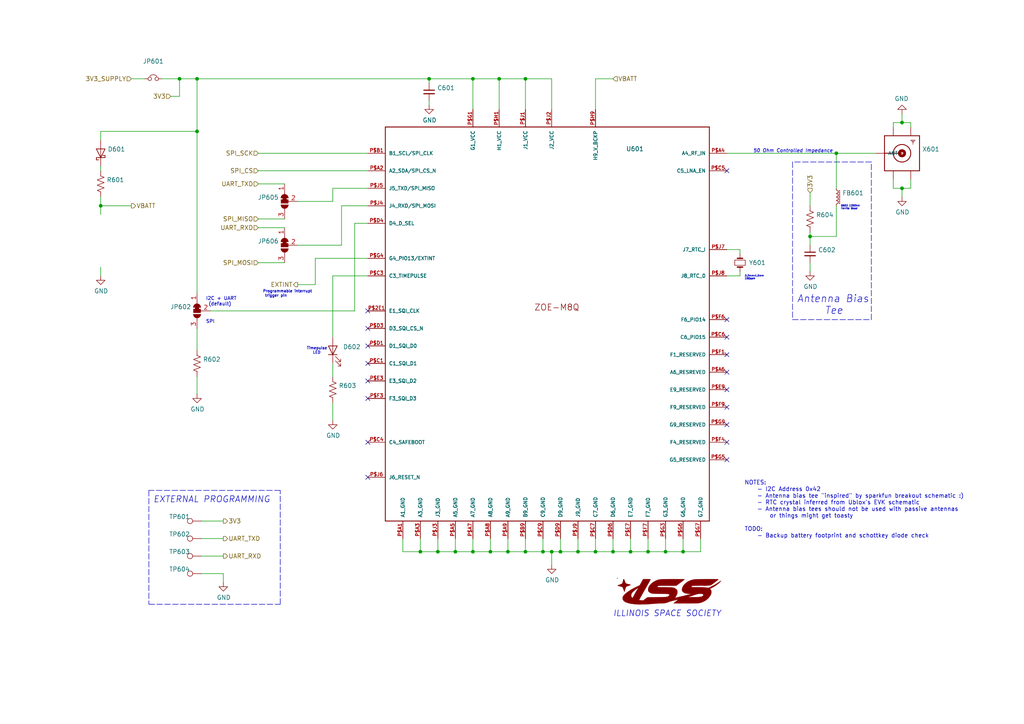
<source format=kicad_sch>
(kicad_sch (version 20211123) (generator eeschema)
  (paper "A4")
  (title_block (title "ZOE-M8Q GPS Sub-Schematic") (date "2021-01-11") (rev "A"))
  (lib_symbols
    (symbol "Connector:TestPoint" (pin_numbers hide) (pin_names (offset 0.762) hide)
      (property "Reference" "TP" (at 0 6.858 0))
      (property "Value" "TestPoint" (at 0 5.08 0))
      (symbol "TestPoint_0_1"
        (circle (center 0 3.302) (radius 0.762))
      )
      (symbol "TestPoint_1_1"
        (pin passive line (at 0 0 90) (length 2.54) (name "1") (number "1"))
      )
    )
    (symbol "D24V50F5:C_Small" (pin_numbers hide) (pin_names (offset 0.254) hide)
      (property "Reference" "C" (at 0.254 1.778 0))
      (property "Value" "C_Small" (at 0.254 -2.032 0))
      (symbol "C_Small_0_1"
        (polyline (pts (xy -1.524 -0.508) (xy 1.524 -0.508)) (stroke (width 0.3302)))
        (polyline (pts (xy -1.524 0.508) (xy 1.524 0.508)) (stroke (width 0.3048)))
      )
      (symbol "C_Small_1_1"
        (pin passive line (at 0 2.54 270) (length 2.032) (name "~") (number "1"))
        (pin passive line (at 0 -2.54 90) (length 2.032) (name "~") (number "2"))
      )
    )
    (symbol "D24V50F5:Crystal_Small" (pin_numbers hide) (pin_names (offset 1.016) hide)
      (property "Reference" "Y" (at 0 2.54 0))
      (property "Value" "Crystal_Small" (at 0 -2.54 0))
      (symbol "Crystal_Small_0_1"
        (rectangle (start -0.762 -1.524) (end 0.762 1.524))
        (polyline (pts (xy -1.27 -0.762) (xy -1.27 0.762)) (stroke (width 0.381)))
        (polyline (pts (xy 1.27 -0.762) (xy 1.27 0.762)) (stroke (width 0.381)))
      )
      (symbol "Crystal_Small_1_1"
        (pin passive line (at -2.54 0 0) (length 1.27) (name "1") (number "1"))
        (pin passive line (at 2.54 0 180) (length 1.27) (name "2") (number "2"))
      )
    )
    (symbol "D24V50F5:D_Schottky" (pin_numbers hide) (pin_names (offset 1.016) hide)
      (property "Reference" "D" (at 0 2.54 0))
      (property "Value" "D_Schottky" (at 0 -2.54 0))
      (symbol "D_Schottky_0_1"
        (polyline (pts (xy 1.27 0) (xy -1.27 0)))
        (polyline (pts (xy 1.27 1.27) (xy 1.27 -1.27) (xy -1.27 0) (xy 1.27 1.27)) (stroke (width 0.2032)))
        (polyline (pts (xy -1.905 0.635) (xy -1.905 1.27) (xy -1.27 1.27) (xy -1.27 -1.27) (xy -0.635 -1.27) (xy -0.635 -0.635)) (stroke (width 0.2032)))
      )
      (symbol "D_Schottky_1_1"
        (pin passive line (at -3.81 0 0) (length 2.54) (name "K") (number "1"))
        (pin passive line (at 3.81 0 180) (length 2.54) (name "A") (number "2"))
      )
    )
    (symbol "D24V50F5:Jumper_NC_Small" (pin_numbers hide) (pin_names (offset 0.762) hide)
      (property "Reference" "JP" (at 0 2.032 0))
      (property "Value" "Jumper_NC_Small" (at 0.254 -1.524 0))
      (symbol "Jumper_NC_Small_0_1"
        (circle (center -1.016 0) (radius 0.508))
        (circle (center 1.016 0) (radius 0.508))
        (arc (start 1.016 0.762) (mid 0 1.1828) (end -1.016 0.762))
        (pin passive line (at -2.54 0 0) (length 1.016) (name "1") (number "1"))
        (pin passive line (at 2.54 0 180) (length 1.016) (name "2") (number "2"))
      )
    )
    (symbol "D24V50F5:LED" (pin_numbers hide) (pin_names (offset 1.016) hide)
      (property "Reference" "D" (at 0 2.54 0))
      (property "Value" "LED" (at 0 -2.54 0))
      (symbol "LED_0_1"
        (polyline (pts (xy -1.27 -1.27) (xy -1.27 1.27)) (stroke (width 0.2032)))
        (polyline (pts (xy -1.27 0) (xy 1.27 0)))
        (polyline (pts (xy 1.27 -1.27) (xy 1.27 1.27) (xy -1.27 0) (xy 1.27 -1.27)) (stroke (width 0.2032)))
        (polyline (pts (xy -3.048 -0.762) (xy -4.572 -2.286) (xy -3.81 -2.286) (xy -4.572 -2.286) (xy -4.572 -1.524)))
        (polyline (pts (xy -1.778 -0.762) (xy -3.302 -2.286) (xy -2.54 -2.286) (xy -3.302 -2.286) (xy -3.302 -1.524)))
      )
      (symbol "LED_1_1"
        (pin passive line (at -3.81 0 0) (length 2.54) (name "K") (number "1"))
        (pin passive line (at 3.81 0 180) (length 2.54) (name "A") (number "2"))
      )
    )
    (symbol "D24V50F5:L_Core_Ferrite_Small" (pin_numbers hide) (pin_names (offset 0.254) hide)
      (property "Reference" "L" (at 1.27 1.016 0))
      (property "Value" "L_Core_Ferrite_Small" (at 1.27 -1.27 0))
      (symbol "L_Core_Ferrite_Small_0_1"
        (arc (start 0 -2.032) (mid 0.508 -1.524) (end 0 -1.016))
        (arc (start 0 -1.016) (mid 0.508 -0.508) (end 0 0))
        (polyline (pts (xy 0.762 -1.905) (xy 0.762 -1.651)))
        (polyline (pts (xy 0.762 -1.397) (xy 0.762 -1.143)))
        (polyline (pts (xy 0.762 -0.889) (xy 0.762 -0.635)))
        (polyline (pts (xy 0.762 -0.381) (xy 0.762 -0.127)))
        (polyline (pts (xy 0.762 0.127) (xy 0.762 0.381)))
        (polyline (pts (xy 0.762 0.635) (xy 0.762 0.889)))
        (polyline (pts (xy 0.762 1.143) (xy 0.762 1.397)))
        (polyline (pts (xy 0.762 1.651) (xy 0.762 1.905)))
        (polyline (pts (xy 1.016 -1.651) (xy 1.016 -1.905)))
        (polyline (pts (xy 1.016 -1.143) (xy 1.016 -1.397)))
        (polyline (pts (xy 1.016 -0.635) (xy 1.016 -0.889)))
        (polyline (pts (xy 1.016 -0.127) (xy 1.016 -0.381)))
        (polyline (pts (xy 1.016 0.381) (xy 1.016 0.127)))
        (polyline (pts (xy 1.016 0.889) (xy 1.016 0.635)))
        (polyline (pts (xy 1.016 1.397) (xy 1.016 1.143)))
        (polyline (pts (xy 1.016 1.905) (xy 1.016 1.651)))
        (arc (start 0 0) (mid 0.508 0.508) (end 0 1.016))
        (arc (start 0 1.016) (mid 0.508 1.524) (end 0 2.032))
      )
      (symbol "L_Core_Ferrite_Small_1_1"
        (pin passive line (at 0 2.54 270) (length 0.508) (name "~") (number "1"))
        (pin passive line (at 0 -2.54 90) (length 0.508) (name "~") (number "2"))
      )
    )
    (symbol "D24V50F5:R_US" (pin_numbers hide) (pin_names (offset 0))
      (property "Reference" "R" (at 2.54 0 90))
      (property "Value" "R_US" (at -2.54 0 90))
      (symbol "R_US_0_1"
        (polyline (pts (xy 0 -2.286) (xy 0 -2.54)))
        (polyline (pts (xy 0 2.286) (xy 0 2.54)))
        (polyline (pts (xy 0 -0.762) (xy 1.016 -1.143) (xy 0 -1.524) (xy -1.016 -1.905) (xy 0 -2.286)))
        (polyline (pts (xy 0 0.762) (xy 1.016 0.381) (xy 0 0) (xy -1.016 -0.381) (xy 0 -0.762)))
        (polyline (pts (xy 0 2.286) (xy 1.016 1.905) (xy 0 1.524) (xy -1.016 1.143) (xy 0 0.762)))
      )
      (symbol "R_US_1_1"
        (pin passive line (at 0 3.81 270) (length 1.27) (name "~") (number "1"))
        (pin passive line (at 0 -3.81 90) (length 1.27) (name "~") (number "2"))
      )
    )
    (symbol "ISS_LOGO:LOGO" (pin_names (offset 1.016))
      (symbol "LOGO_0_0"
        (polyline (pts (xy -15.2654 3.6322) (xy -15.2654 3.8354) (xy -15.2908 3.8608) (xy -15.3162 3.7338) (xy -15.3162 3.6068) (xy -15.2654 3.6322)) (stroke (width 0.0254)) (fill (type outline)))
        (polyline (pts (xy -13.081 0.2032) (xy -12.954 0.6096) (xy -12.8778 0.9144) (xy -12.7762 1.1176) (xy -12.6746 1.27) (xy -12.5476 1.3462) (xy -12.3698 1.4224) (xy -12.1158 1.524) (xy -11.7348 1.651) (xy -11.5316 1.7272) (xy -11.43 1.7526) (xy -11.43 1.778) (xy -11.5062 1.8542) (xy -11.684 1.9304) (xy -11.938 1.9812) (xy -12.2174 2.0574) (xy -12.5222 2.1082) (xy -12.7254 2.2098) (xy -12.8778 2.3368) (xy -12.9794 2.54) (xy -13.081 2.8448) (xy -13.1318 2.921) (xy -13.2334 3.2258) (xy -13.3858 3.5306) (xy -13.4112 3.5052) (xy -13.4874 3.3782) (xy -13.5382 3.1496) (xy -13.6906 2.54) (xy -13.7668 2.3114) (xy -13.8684 2.1844) (xy -13.9954 2.0828) (xy -14.1986 2.0066) (xy -14.478 1.905) (xy -14.605 1.8542) (xy -14.8844 1.7526) (xy -15.0876 1.651) (xy -15.1638 1.6002) (xy -15.1384 1.6002) (xy -15.0114 1.5494) (xy -14.7828 1.4732) (xy -14.4526 1.397) (xy -13.7668 1.2192) (xy -13.5636 0.762) (xy -13.4874 0.5588) (xy -13.3858 0.2794) (xy -13.2842 0.0508) (xy -13.1826 -0.2032) (xy -13.081 0.2032)) (stroke (width 0.0254)) (fill (type outline)))
        (polyline (pts (xy -8.0264 -3.8354) (xy -7.3152 -3.81) (xy -6.5786 -3.7846) (xy -5.8166 -3.7338) (xy -5.1054 -3.683) (xy -4.826 -3.6576) (xy -4.2418 -3.6068) (xy -3.6322 -3.5814) (xy -3.0988 -3.556) (xy -2.3368 -3.556) (xy -1.5494 -3.4798) (xy -0.889 -3.3528) (xy -0.3556 -3.1242) (xy -0.1778 -3.0734) (xy 0.127 -2.9718) (xy 0.508 -2.8702) (xy 0.9398 -2.7686) (xy 0.9906 -2.7432) (xy 1.5494 -2.6162) (xy 2.1844 -2.4892) (xy 2.3114 -2.4892) (xy 2.3114 -2.54) (xy 2.2352 -2.6162) (xy 2.0574 -2.7686) (xy 1.778 -2.9464) (xy 1.5748 -3.1242) (xy 1.3208 -3.3274) (xy 1.1684 -3.4544) (xy 1.1176 -3.5306) (xy 1.6256 -3.5306) (xy 2.0574 -3.556) (xy 6.2738 -3.556) (xy 6.9342 -3.5306) (xy 7.4676 -3.5306) (xy 7.9248 -3.5052) (xy 8.2804 -3.4798) (xy 8.5852 -3.429) (xy 8.8392 -3.3782) (xy 9.0678 -3.302) (xy 9.3218 -3.2258) (xy 9.5504 -3.0988) (xy 9.8298 -2.9718) (xy 10.0076 -2.8956) (xy 10.5664 -2.54) (xy 11.049 -2.1336) (xy 11.43 -1.6764) (xy 11.7602 -1.2192) (xy 11.938 -0.762) (xy 12.0396 -0.3302) (xy 11.9888 0.0762) (xy 11.811 0.4064) (xy 11.5824 0.6858) (xy 12.1158 0.9398) (xy 12.2682 1.016) (xy 13.0556 1.4732) (xy 13.7414 1.9558) (xy 14.3256 2.4384) (xy 14.605 2.7178) (xy 14.7574 2.8956) (xy 14.8082 2.9718) (xy 14.7828 2.9718) (xy 14.6558 2.8956) (xy 14.4272 2.7686) (xy 14.1478 2.5654) (xy 14.097 2.5146) (xy 13.7414 2.286) (xy 13.3096 2.0066) (xy 12.827 1.7272) (xy 12.3444 1.4986) (xy 11.2014 0.9144) (xy 10.7188 1.016) (xy 10.6172 1.016) (xy 10.3378 1.0414) (xy 9.906 1.0668) (xy 9.398 1.0922) (xy 8.2296 1.0922) (xy 7.8994 1.1176) (xy 6.9088 1.1176) (xy 6.5532 1.143) (xy 6.3246 1.143) (xy 6.223 1.1684) (xy 6.223 1.27) (xy 6.2992 1.4224) (xy 6.3754 1.4986) (xy 6.4516 1.5494) (xy 6.5532 1.5748) (xy 6.7056 1.5748) (xy 6.9596 1.6002) (xy 8.3312 1.6002) (xy 9.0678 1.6256) (xy 9.7536 1.6002) (xy 10.3378 1.6002) (xy 10.8204 1.6256) (xy 11.2014 1.6256) (xy 11.4808 1.651) (xy 11.7348 1.7018) (xy 11.938 1.778) (xy 12.1158 1.905) (xy 12.319 2.032) (xy 12.573 2.2352) (xy 13.081 2.6162) (xy 13.4112 2.8702) (xy 13.6652 3.048) (xy 13.8176 3.175) (xy 13.843 3.2004) (xy 13.9954 3.3274) (xy 14.0462 3.4036) (xy 14.0462 3.429) (xy 13.8938 3.429) (xy 13.6144 3.4544) (xy 13.208 3.4544) (xy 12.7254 3.4798) (xy 10.16 3.4798) (xy 9.4996 3.4544) (xy 8.8646 3.4544) (xy 8.255 3.429) (xy 7.747 3.429) (xy 7.3152 3.4036) (xy 6.985 3.3782) (xy 6.8072 3.3528) (xy 5.9944 3.1242) (xy 5.207 2.7686) (xy 4.572 2.3114) (xy 4.0386 1.778) (xy 3.683 1.1684) (xy 3.5306 0.762) (xy 3.4798 0.381) (xy 3.556 0.0762) (xy 3.7338 -0.1778) (xy 4.0132 -0.4064) (xy 4.3688 -0.5842) (xy 4.826 -0.6858) (xy 5.461 -0.762) (xy 6.2992 -0.8128) (xy 5.588 -0.9906) (xy 5.4102 -1.0414) (xy 5.08 -1.1176) (xy 4.6482 -1.2192) (xy 4.1656 -1.3462) (xy 3.6576 -1.4732) (xy 3.1496 -1.5748) (xy 2.6416 -1.7018) (xy 2.54 -1.7272) (xy 5.334 -1.7272) (xy 5.3594 -1.6764) (xy 5.461 -1.651) (xy 6.0706 -1.4478) (xy 6.7056 -1.2446) (xy 7.1882 -1.0668) (xy 7.5946 -0.9652) (xy 7.9248 -0.8636) (xy 8.1534 -0.8128) (xy 8.382 -0.7874) (xy 8.5598 -0.762) (xy 9.0678 -0.762) (xy 9.4488 -0.8128) (xy 9.652 -0.9398) (xy 9.7282 -1.0922) (xy 9.7028 -1.1938) (xy 9.5504 -1.397) (xy 9.2456 -1.5748) (xy 8.89 -1.6764) (xy 8.8646 -1.6764) (xy 8.6614 -1.7018) (xy 8.3058 -1.7272) (xy 7.8486 -1.7526) (xy 7.3406 -1.7526) (xy 6.7818 -1.778) (xy 6.223 -1.7526) (xy 5.5372 -1.7526) (xy 5.3848 -1.7272) (xy 5.334 -1.7272) (xy 2.54 -1.7272) (xy 2.2098 -1.8034) (xy 1.8542 -1.8796) (xy 1.6256 -1.9304) (xy 1.4986 -1.9304) (xy 1.4986 -1.905) (xy 1.6002 -1.7272) (xy 1.7272 -1.524) (xy 1.9304 -1.1684) (xy 2.1336 -0.6604) (xy 2.1844 -0.2032) (xy 2.0828 0.2286) (xy 1.8034 0.5588) (xy 1.397 0.8382) (xy 1.3208 0.889) (xy 1.0668 0.9906) (xy 0.9144 1.016) (xy 0.6858 1.0414) (xy 0.4064 1.0668) (xy -0.4826 1.0668) (xy -1.143 1.0922) (xy -3.048 1.0922) (xy -3.3274 1.1176) (xy -3.4544 1.1176) (xy -3.6068 1.143) (xy -3.6322 1.27) (xy -3.5052 1.4478) (xy -3.4544 1.4986) (xy -3.3782 1.524) (xy -3.2766 1.5494) (xy -3.0988 1.5748) (xy -2.8702 1.6002) (xy 1.8796 1.6002) (xy 2.54 2.0828) (xy 2.6162 2.159) (xy 3.3782 2.7178) (xy 3.7084 2.9718) (xy 3.7592 2.9972) (xy 3.9878 3.2004) (xy 4.1656 3.3274) (xy 4.2164 3.4036) (xy 4.2164 3.429) (xy 4.0894 3.429) (xy 3.81 3.4544) (xy 2.8956 3.4544) (xy 2.286 3.4798) (xy -0.1016 3.4798) (xy -0.889 3.4544) (xy -1.5494 3.4544) (xy -2.0828 3.429) (xy -2.54 3.4036) (xy -2.921 3.3782) (xy -3.2512 3.302) (xy -3.5052 3.2512) (xy -3.7846 3.1496) (xy -4.0386 3.048) (xy -4.3434 2.8956) (xy -4.9784 2.5146) (xy -5.4864 2.0828) (xy -5.9182 1.6002) (xy -6.1976 1.0922) (xy -6.3246 0.5588) (xy -6.3246 0.2794) (xy -6.2484 -0.0254) (xy -6.0198 -0.2794) (xy -5.6388 -0.5334) (xy -5.5626 -0.5588) (xy -5.3086 -0.6604) (xy -5.1308 -0.6858) (xy -4.8768 -0.7112) (xy -4.5466 -0.7112) (xy -4.1148 -0.7366) (xy -3.5306 -0.7366) (xy -2.8194 -0.762) (xy -2.159 -0.762) (xy -1.5748 -0.7874) (xy -1.1176 -0.7874) (xy -0.762 -0.8128) (xy -0.5334 -0.8382) (xy -0.381 -0.8636) (xy -0.2794 -0.889) (xy -0.2032 -0.9398) (xy -0.1778 -0.9652) (xy -0.127 -1.0922) (xy -0.1778 -1.2446) (xy -0.381 -1.4478) (xy -0.5842 -1.5748) (xy -0.6604 -1.6002) (xy -0.762 -1.651) (xy -0.9144 -1.6764) (xy -1.143 -1.7018) (xy -1.4224 -1.7272) (xy -1.8034 -1.7272) (xy -2.3114 -1.7526) (xy -2.9464 -1.7526) (xy -3.7338 -1.778) (xy -6.5532 -1.8288) (xy -7.1374 -2.2606) (xy -7.7216 -2.7178) (xy -8.3058 -2.6924) (xy -8.6106 -2.667) (xy -8.8392 -2.6416) (xy -8.9408 -2.6162) (xy -8.9408 -2.5908) (xy -8.9154 -2.5146) (xy -8.8646 -2.413) (xy -8.763 -2.2352) (xy -8.636 -1.9812) (xy -8.4582 -1.651) (xy -8.2296 -1.2446) (xy -7.9248 -0.7112) (xy -7.5946 -0.1016) (xy -7.1628 0.635) (xy -6.6802 1.4986) (xy -6.096 2.5146) (xy -5.9182 2.8448) (xy -5.7658 3.1242) (xy -5.6896 3.3274) (xy -5.6642 3.429) (xy -5.7658 3.4544) (xy -5.9944 3.4544) (xy -6.3246 3.4798) (xy -7.747 3.4798) (xy -8.255 2.5908) (xy -8.763 1.6764) (xy -9.9568 1.1176) (xy -10.541 0.8128) (xy -11.3284 0.381) (xy -12.0142 -0.0762) (xy -12.6238 -0.508) (xy -13.081 -0.9144) (xy -13.3858 -1.2446) (xy -11.2522 -1.2446) (xy -11.2268 -1.016) (xy -11.0998 -0.635) (xy -10.795 -0.254) (xy -10.3632 0.1524) (xy -9.779 0.5842) (xy -9.6266 0.6858) (xy -9.3726 0.8636) (xy -9.2202 0.9144) (xy -9.1694 0.9144) (xy -9.3218 0.6604) (xy -9.4742 0.4318) (xy -9.6774 0.1016) (xy -9.8806 -0.254) (xy -10.0584 -0.5588) (xy -10.2616 -0.9652) (xy -10.4648 -1.3208) (xy -10.5918 -1.6002) (xy -10.8458 -2.032) (xy -11.1252 -1.7526) (xy -11.2268 -1.524) (xy -11.2522 -1.2446) (xy -13.3858 -1.2446) (xy -13.4366 -1.2954) (xy -13.6398 -1.651) (xy -13.6906 -1.778) (xy -13.716 -2.2098) (xy -13.589 -2.5654) (xy -13.3096 -2.8956) (xy -12.8778 -3.175) (xy -12.2682 -3.4036) (xy -11.5062 -3.6068) (xy -10.5664 -3.7338) (xy -9.4742 -3.8354) (xy -9.144 -3.8608) (xy -8.636 -3.8608) (xy -8.0264 -3.8354)) (stroke (width 0.0254)) (fill (type outline)))
      )
    )
    (symbol "Jumper:SolderJumper_3_Bridged12" (pin_names (offset 0) hide)
      (property "Reference" "JP" (at -2.54 -2.54 0))
      (property "Value" "SolderJumper_3_Bridged12" (at 0 2.794 0))
      (symbol "SolderJumper_3_Bridged12_0_1"
        (rectangle (start -1.016 0.508) (end -0.508 -0.508) (fill (type outline)))
        (arc (start -1.016 1.016) (mid -2.032 0) (end -1.016 -1.016))
        (arc (start -1.016 1.016) (mid -2.032 0) (end -1.016 -1.016) (fill (type outline)))
        (rectangle (start -0.508 1.016) (end 0.508 -1.016) (fill (type outline)))
        (polyline (pts (xy -2.54 0) (xy -2.032 0)))
        (polyline (pts (xy -1.016 1.016) (xy -1.016 -1.016)))
        (polyline (pts (xy 0 -1.27) (xy 0 -1.016)))
        (polyline (pts (xy 1.016 1.016) (xy 1.016 -1.016)))
        (polyline (pts (xy 2.54 0) (xy 2.032 0)))
        (arc (start 1.016 -1.016) (mid 2.032 0) (end 1.016 1.016))
        (arc (start 1.016 -1.016) (mid 2.032 0) (end 1.016 1.016) (fill (type outline)))
      )
      (symbol "SolderJumper_3_Bridged12_1_1"
        (pin passive line (at -5.08 0 0) (length 2.54) (name "A") (number "1"))
        (pin passive line (at 0 -3.81 90) (length 2.54) (name "C") (number "2"))
        (pin passive line (at 5.08 0 180) (length 2.54) (name "B") (number "3"))
      )
    )
    (symbol "SMACONNECTOR:SMACONNECTOR" (pin_numbers hide) (pin_names (offset 1.016))
      (property "Reference" "X" (at 7.62 2.54 0))
      (property "Value" "SMACONNECTOR" (at 7.62 0 0))
      (symbol "SMACONNECTOR_0_0"
        (polyline (pts (xy -5.08 -5.08) (xy -5.08 0)) (stroke (width 0.254)))
        (polyline (pts (xy -5.08 0) (xy -5.08 5.08)) (stroke (width 0.254)))
        (polyline (pts (xy -5.08 0) (xy 0 0)) (stroke (width 0.254)))
        (polyline (pts (xy -5.08 5.08) (xy 5.08 5.08)) (stroke (width 0.254)))
        (polyline (pts (xy 2.54 3.81) (xy 3.175 3.81)) (stroke (width 0.127)))
        (polyline (pts (xy 3.175 3.175) (xy 2.54 3.81)) (stroke (width 0.127)))
        (polyline (pts (xy 3.175 3.81) (xy 3.175 2.54)) (stroke (width 0.127)))
        (polyline (pts (xy 3.175 3.81) (xy 3.81 3.81)) (stroke (width 0.127)))
        (polyline (pts (xy 3.81 3.81) (xy 3.175 3.175)) (stroke (width 0.127)))
        (polyline (pts (xy 5.08 -5.08) (xy -5.08 -5.08)) (stroke (width 0.254)))
        (polyline (pts (xy 5.08 5.08) (xy 5.08 -5.08)) (stroke (width 0.254)))
        (circle (center 0 0) (radius 0.3556) (stroke (width 0.8128)))
        (circle (center 0 0) (radius 2.54) (stroke (width 0.254)))
        (pin bidirectional line (at -7.62 0 0) (length 2.54) (name "ANT") (number "ANTENNA"))
        (pin power_in line (at -2.54 7.62 270) (length 2.54) (name "~") (number "GND1"))
        (pin power_in line (at 2.54 7.62 270) (length 2.54) (name "~") (number "GND2"))
        (pin power_in line (at -2.54 -7.62 90) (length 2.54) (name "~") (number "GND3"))
        (pin power_in line (at 2.54 -7.62 90) (length 2.54) (name "~") (number "GND4"))
      )
    )
    (symbol "ZOE-M8Q:ZOE-M8Q" (pin_names (offset 1.016))
      (property "Reference" "U" (at -71.12 93.98 0))
      (property "Value" "ZOE-M8Q" (at -86.36 -30.48 0))
      (symbol "ZOE-M8Q_0_0"
        (polyline (pts (xy -71.12 -25.4) (xy 22.86 -25.4)) (stroke (width 0.254)))
        (polyline (pts (xy -71.12 88.9) (xy -71.12 -25.4)) (stroke (width 0.254)))
        (polyline (pts (xy 22.86 88.9) (xy -71.12 88.9)) (stroke (width 0.254)))
        (polyline (pts (xy 22.86 88.9) (xy 22.86 -25.4)) (stroke (width 0.254)))
        (text "ZOE-M8Q" (at -27.94 35.56 0) (effects (font (size 1.778 1.778)) (justify left bottom)))
        (pin bidirectional line (at -76.2 35.56 0) (length 5.08) (name "E1_SQI_CLK") (number "P$2E1"))
        (pin power_in line (at -66.04 -30.48 90) (length 5.08) (name "A1_GND") (number "P$A1"))
        (pin bidirectional line (at -76.2 76.2 0) (length 5.08) (name "A2_SDA/SPI_CS_N") (number "P$A2"))
        (pin power_in line (at -60.96 -30.48 90) (length 5.08) (name "A3_GND") (number "P$A3"))
        (pin input line (at 27.94 81.28 180) (length 5.08) (name "A4_RF_IN") (number "P$A4"))
        (pin power_in line (at -50.8 -30.48 90) (length 5.08) (name "A5_GND") (number "P$A5"))
        (pin bidirectional line (at 27.94 17.78 180) (length 5.08) (name "A6_RESREVED") (number "P$A6"))
        (pin power_in line (at -45.72 -30.48 90) (length 5.08) (name "A7_GND") (number "P$A7"))
        (pin power_in line (at -40.64 -30.48 90) (length 5.08) (name "A8_GND") (number "P$A8"))
        (pin power_in line (at -35.56 -30.48 90) (length 5.08) (name "A9_GND") (number "P$A9"))
        (pin bidirectional line (at -76.2 81.28 0) (length 5.08) (name "B1_SCL/SPI_CLK") (number "P$B1"))
        (pin power_in line (at -30.48 -30.48 90) (length 5.08) (name "B9_GND") (number "P$B9"))
        (pin bidirectional line (at -76.2 20.32 0) (length 5.08) (name "C1_SQI_D1") (number "P$C1"))
        (pin bidirectional line (at -76.2 45.72 0) (length 5.08) (name "C3_TIMEPULSE") (number "P$C3"))
        (pin bidirectional line (at -76.2 -2.54 0) (length 5.08) (name "C4_SAFEBOOT") (number "P$C4"))
        (pin bidirectional line (at 27.94 76.2 180) (length 5.08) (name "C5_LNA_EN") (number "P$C5"))
        (pin bidirectional line (at 27.94 27.94 180) (length 5.08) (name "C6_PIO15") (number "P$C6"))
        (pin power_in line (at -10.16 -30.48 90) (length 5.08) (name "C7_GND") (number "P$C7"))
        (pin power_in line (at -25.4 -30.48 90) (length 5.08) (name "C9_GND") (number "P$C9"))
        (pin bidirectional line (at -76.2 25.4 0) (length 5.08) (name "D1_SQI_D0") (number "P$D1"))
        (pin bidirectional line (at -76.2 30.48 0) (length 5.08) (name "D3_SQI_CS_N") (number "P$D3"))
        (pin bidirectional line (at -76.2 60.96 0) (length 5.08) (name "D4_D_SEL") (number "P$D4"))
        (pin power_in line (at -5.08 -30.48 90) (length 5.08) (name "D6_GND") (number "P$D6"))
        (pin power_in line (at -20.32 -30.48 90) (length 5.08) (name "D9_GND") (number "P$D9"))
        (pin bidirectional line (at -76.2 15.24 0) (length 5.08) (name "E3_SQI_D2") (number "P$E3"))
        (pin power_in line (at 0 -30.48 90) (length 5.08) (name "E7_GND") (number "P$E7"))
        (pin bidirectional line (at 27.94 12.7 180) (length 5.08) (name "E9_RESERVED") (number "P$E9"))
        (pin bidirectional line (at 27.94 22.86 180) (length 5.08) (name "F1_RESERVED") (number "P$F1"))
        (pin bidirectional line (at -76.2 10.16 0) (length 5.08) (name "F3_SQI_D3") (number "P$F3"))
        (pin bidirectional line (at 27.94 -2.54 180) (length 5.08) (name "F4_RESERVED") (number "P$F4"))
        (pin bidirectional line (at 27.94 33.02 180) (length 5.08) (name "F6_PIO14") (number "P$F6"))
        (pin power_in line (at 5.08 -30.48 90) (length 5.08) (name "F7_GND") (number "P$F7"))
        (pin bidirectional line (at 27.94 7.62 180) (length 5.08) (name "F9_RESERVED") (number "P$F9"))
        (pin power_in line (at -45.72 93.98 270) (length 5.08) (name "G1_VCC") (number "P$G1"))
        (pin power_in line (at 10.16 -30.48 90) (length 5.08) (name "G3_GND") (number "P$G3"))
        (pin bidirectional line (at -76.2 50.8 0) (length 5.08) (name "G4_PIO13/EXTINT") (number "P$G4"))
        (pin bidirectional line (at 27.94 -7.62 180) (length 5.08) (name "G5_RESERVED") (number "P$G5"))
        (pin power_in line (at 15.24 -30.48 90) (length 5.08) (name "G6_GND") (number "P$G6"))
        (pin power_in line (at 20.32 -30.48 90) (length 5.08) (name "G7_GND") (number "P$G7"))
        (pin bidirectional line (at 27.94 2.54 180) (length 5.08) (name "G9_RESERVED") (number "P$G9"))
        (pin power_in line (at -38.1 93.98 270) (length 5.08) (name "H1_VCC") (number "P$H1"))
        (pin power_in line (at -10.16 93.98 270) (length 5.08) (name "H9_V_BCKP") (number "P$H9"))
        (pin power_in line (at -30.48 93.98 270) (length 5.08) (name "J1_VCC") (number "P$J1"))
        (pin power_in line (at -22.86 93.98 270) (length 5.08) (name "J2_VCC") (number "P$J2"))
        (pin power_in line (at -55.88 -30.48 90) (length 5.08) (name "J3_GND") (number "P$J3"))
        (pin bidirectional line (at -76.2 66.04 0) (length 5.08) (name "J4_RXD/SPI_MOSI") (number "P$J4"))
        (pin bidirectional line (at -76.2 71.12 0) (length 5.08) (name "J5_TXD/SPI_MISO") (number "P$J5"))
        (pin bidirectional line (at -76.2 -12.7 0) (length 5.08) (name "J6_RESET_N") (number "P$J6"))
        (pin bidirectional line (at 27.94 53.34 180) (length 5.08) (name "J7_RTC_I") (number "P$J7"))
        (pin bidirectional line (at 27.94 45.72 180) (length 5.08) (name "J8_RTC_0") (number "P$J8"))
        (pin power_in line (at -15.24 -30.48 90) (length 5.08) (name "J9_GND") (number "P$J9"))
      )
    )
    (symbol "power:GND" (power) (pin_names (offset 0))
      (property "Value" "GND" (at 0 -3.81 0))
      (symbol "GND_0_1"
        (polyline (pts (xy 0 0) (xy 0 -1.27) (xy 1.27 -1.27) (xy 0 -2.54) (xy -1.27 -1.27) (xy 0 -1.27)))
      )
      (symbol "GND_1_1"
        (pin power_in line (at 0 0 270) (length 0) hide (name "GND") (number "1"))
      )
    )
  )
  (junction (at 137.16 160.02))
  (junction (at 242.57 44.45))
  (junction (at 29.21 59.69))
  (junction (at 160.02 160.02))
  (junction (at 187.96 160.02))
  (junction (at 57.15 22.86))
  (junction (at 121.92 160.02))
  (junction (at 127 160.02))
  (junction (at 132.08 160.02))
  (junction (at 261.62 54.61))
  (junction (at 52.07 22.86))
  (junction (at 152.4 160.02))
  (junction (at 172.72 160.02))
  (junction (at 167.64 160.02))
  (junction (at 144.78 22.86))
  (junction (at 124.46 22.86))
  (junction (at 177.8 160.02))
  (junction (at 157.48 160.02))
  (junction (at 198.12 160.02))
  (junction (at 137.16 22.86))
  (junction (at 182.88 160.02))
  (junction (at 152.4 22.86))
  (junction (at 162.56 160.02))
  (junction (at 57.15 38.1))
  (junction (at 142.24 160.02))
  (junction (at 261.62 35.56))
  (junction (at 147.32 160.02))
  (junction (at 234.95 68.58))
  (junction (at 193.04 160.02))
  (no_connect (at 106.68 138.43))
  (no_connect (at 210.82 102.87))
  (no_connect (at 106.68 128.27))
  (no_connect (at 106.68 110.49))
  (no_connect (at 106.68 90.17))
  (no_connect (at 106.68 95.25))
  (no_connect (at 106.68 105.41))
  (no_connect (at 210.82 133.35))
  (no_connect (at 210.82 118.11))
  (no_connect (at 106.68 115.57))
  (no_connect (at 210.82 123.19))
  (no_connect (at 210.82 97.79))
  (no_connect (at 210.82 49.53))
  (no_connect (at 106.68 100.33))
  (no_connect (at 210.82 128.27))
  (no_connect (at 210.82 107.95))
  (no_connect (at 210.82 113.03))
  (no_connect (at 210.82 92.71))
  (wire (pts (xy 210.82 72.39) (xy 214.63 72.39)))
  (polyline (pts (xy 81.28 142.24) (xy 43.18 142.24)))
  (wire (pts (xy 242.57 44.45) (xy 254 44.45)))
  (wire (pts (xy 52.07 27.94) (xy 52.07 22.86)))
  (wire (pts (xy 99.06 59.69) (xy 99.06 71.12)))
  (wire (pts (xy 214.63 72.39) (xy 214.63 73.66)))
  (wire (pts (xy 106.68 64.77) (xy 102.87 64.77)))
  (polyline (pts (xy 229.87 92.71) (xy 252.73 92.71)))
  (wire (pts (xy 57.15 38.1) (xy 29.21 38.1)))
  (wire (pts (xy 234.95 59.69) (xy 234.95 55.88)))
  (wire (pts (xy 137.16 160.02) (xy 142.24 160.02)))
  (wire (pts (xy 102.87 64.77) (xy 102.87 90.17)))
  (wire (pts (xy 29.21 59.69) (xy 38.1 59.69)))
  (polyline (pts (xy 252.73 46.99) (xy 229.87 46.99)))
  (wire (pts (xy 58.42 161.29) (xy 64.77 161.29)))
  (wire (pts (xy 106.68 59.69) (xy 99.06 59.69)))
  (wire (pts (xy 116.84 160.02) (xy 116.84 156.21)))
  (wire (pts (xy 96.52 105.41) (xy 96.52 109.22)))
  (wire (pts (xy 152.4 22.86) (xy 152.4 31.75)))
  (wire (pts (xy 124.46 22.86) (xy 137.16 22.86)))
  (wire (pts (xy 261.62 54.61) (xy 261.62 57.15)))
  (wire (pts (xy 91.44 74.93) (xy 91.44 82.55)))
  (wire (pts (xy 58.42 166.37) (xy 64.77 166.37)))
  (polyline (pts (xy 43.18 142.24) (xy 43.18 175.26)))
  (wire (pts (xy 132.08 160.02) (xy 137.16 160.02)))
  (wire (pts (xy 152.4 22.86) (xy 160.02 22.86)))
  (wire (pts (xy 234.95 68.58) (xy 234.95 67.31)))
  (wire (pts (xy 144.78 22.86) (xy 152.4 22.86)))
  (wire (pts (xy 234.95 76.2) (xy 234.95 78.74)))
  (polyline (pts (xy 229.87 46.99) (xy 229.87 92.71)))
  (wire (pts (xy 46.99 22.86) (xy 52.07 22.86)))
  (wire (pts (xy 214.63 78.74) (xy 214.63 80.01)))
  (wire (pts (xy 121.92 160.02) (xy 127 160.02)))
  (wire (pts (xy 160.02 22.86) (xy 160.02 31.75)))
  (wire (pts (xy 259.08 54.61) (xy 259.08 52.07)))
  (wire (pts (xy 264.16 54.61) (xy 264.16 52.07)))
  (wire (pts (xy 172.72 22.86) (xy 177.8 22.86)))
  (wire (pts (xy 172.72 160.02) (xy 177.8 160.02)))
  (wire (pts (xy 264.16 35.56) (xy 264.16 36.83)))
  (wire (pts (xy 182.88 160.02) (xy 182.88 156.21)))
  (wire (pts (xy 74.93 44.45) (xy 106.68 44.45)))
  (wire (pts (xy 124.46 24.13) (xy 124.46 22.86)))
  (wire (pts (xy 210.82 44.45) (xy 242.57 44.45)))
  (wire (pts (xy 102.87 90.17) (xy 60.96 90.17)))
  (wire (pts (xy 242.57 68.58) (xy 234.95 68.58)))
  (wire (pts (xy 144.78 22.86) (xy 144.78 31.75)))
  (wire (pts (xy 74.93 66.04) (xy 82.55 66.04)))
  (wire (pts (xy 198.12 160.02) (xy 198.12 156.21)))
  (wire (pts (xy 187.96 160.02) (xy 187.96 156.21)))
  (wire (pts (xy 259.08 35.56) (xy 261.62 35.56)))
  (wire (pts (xy 234.95 71.12) (xy 234.95 68.58)))
  (wire (pts (xy 182.88 160.02) (xy 187.96 160.02)))
  (wire (pts (xy 127 160.02) (xy 132.08 160.02)))
  (wire (pts (xy 29.21 48.26) (xy 29.21 49.53)))
  (wire (pts (xy 162.56 160.02) (xy 167.64 160.02)))
  (wire (pts (xy 29.21 57.15) (xy 29.21 59.69)))
  (wire (pts (xy 152.4 160.02) (xy 152.4 156.21)))
  (wire (pts (xy 96.52 116.84) (xy 96.52 121.92)))
  (wire (pts (xy 64.77 166.37) (xy 64.77 168.91)))
  (wire (pts (xy 261.62 35.56) (xy 264.16 35.56)))
  (wire (pts (xy 91.44 74.93) (xy 106.68 74.93)))
  (wire (pts (xy 193.04 160.02) (xy 198.12 160.02)))
  (wire (pts (xy 49.53 27.94) (xy 52.07 27.94)))
  (wire (pts (xy 193.04 160.02) (xy 193.04 156.21)))
  (wire (pts (xy 86.36 82.55) (xy 91.44 82.55)))
  (wire (pts (xy 177.8 160.02) (xy 182.88 160.02)))
  (wire (pts (xy 57.15 22.86) (xy 124.46 22.86)))
  (wire (pts (xy 242.57 44.45) (xy 242.57 54.61)))
  (wire (pts (xy 132.08 160.02) (xy 132.08 156.21)))
  (wire (pts (xy 187.96 160.02) (xy 193.04 160.02)))
  (wire (pts (xy 203.2 160.02) (xy 203.2 156.21)))
  (wire (pts (xy 58.42 156.21) (xy 64.77 156.21)))
  (wire (pts (xy 162.56 160.02) (xy 162.56 156.21)))
  (wire (pts (xy 214.63 80.01) (xy 210.82 80.01)))
  (wire (pts (xy 74.93 53.34) (xy 82.55 53.34)))
  (wire (pts (xy 157.48 160.02) (xy 160.02 160.02)))
  (wire (pts (xy 74.93 49.53) (xy 106.68 49.53)))
  (wire (pts (xy 96.52 58.42) (xy 86.36 58.42)))
  (wire (pts (xy 137.16 160.02) (xy 137.16 156.21)))
  (wire (pts (xy 172.72 22.86) (xy 172.72 31.75)))
  (wire (pts (xy 52.07 22.86) (xy 57.15 22.86)))
  (wire (pts (xy 96.52 80.01) (xy 96.52 97.79)))
  (wire (pts (xy 261.62 35.56) (xy 261.62 33.02)))
  (wire (pts (xy 57.15 109.22) (xy 57.15 114.3)))
  (wire (pts (xy 160.02 160.02) (xy 160.02 163.83)))
  (wire (pts (xy 137.16 22.86) (xy 144.78 22.86)))
  (wire (pts (xy 167.64 160.02) (xy 167.64 156.21)))
  (wire (pts (xy 74.93 76.2) (xy 82.55 76.2)))
  (wire (pts (xy 167.64 160.02) (xy 172.72 160.02)))
  (wire (pts (xy 74.93 63.5) (xy 82.55 63.5)))
  (wire (pts (xy 124.46 30.48) (xy 124.46 29.21)))
  (wire (pts (xy 38.1 22.86) (xy 41.91 22.86)))
  (wire (pts (xy 261.62 54.61) (xy 264.16 54.61)))
  (wire (pts (xy 177.8 160.02) (xy 177.8 156.21)))
  (wire (pts (xy 57.15 22.86) (xy 57.15 38.1)))
  (wire (pts (xy 99.06 71.12) (xy 86.36 71.12)))
  (wire (pts (xy 96.52 54.61) (xy 96.52 58.42)))
  (wire (pts (xy 116.84 160.02) (xy 121.92 160.02)))
  (wire (pts (xy 152.4 160.02) (xy 157.48 160.02)))
  (wire (pts (xy 142.24 160.02) (xy 147.32 160.02)))
  (wire (pts (xy 172.72 160.02) (xy 172.72 156.21)))
  (wire (pts (xy 127 156.21) (xy 127 160.02)))
  (wire (pts (xy 242.57 59.69) (xy 242.57 68.58)))
  (polyline (pts (xy 252.73 92.71) (xy 252.73 46.99)))
  (wire (pts (xy 259.08 54.61) (xy 261.62 54.61)))
  (wire (pts (xy 137.16 22.86) (xy 137.16 31.75)))
  (wire (pts (xy 160.02 160.02) (xy 162.56 160.02)))
  (wire (pts (xy 198.12 160.02) (xy 203.2 160.02)))
  (wire (pts (xy 29.21 59.69) (xy 29.21 62.23)))
  (wire (pts (xy 58.42 151.13) (xy 64.77 151.13)))
  (wire (pts (xy 147.32 160.02) (xy 147.32 156.21)))
  (polyline (pts (xy 81.28 175.26) (xy 81.28 142.24)))
  (wire (pts (xy 157.48 160.02) (xy 157.48 156.21)))
  (wire (pts (xy 57.15 101.6) (xy 57.15 95.25)))
  (wire (pts (xy 106.68 80.01) (xy 96.52 80.01)))
  (wire (pts (xy 29.21 38.1) (xy 29.21 40.64)))
  (wire (pts (xy 29.21 77.47) (xy 29.21 80.01)))
  (wire (pts (xy 106.68 54.61) (xy 96.52 54.61)))
  (wire (pts (xy 259.08 36.83) (xy 259.08 35.56)))
  (wire (pts (xy 147.32 160.02) (xy 152.4 160.02)))
  (wire (pts (xy 57.15 38.1) (xy 57.15 85.09)))
  (wire (pts (xy 142.24 160.02) (xy 142.24 156.21)))
  (wire (pts (xy 121.92 160.02) (xy 121.92 156.21)))
  (polyline (pts (xy 43.18 175.26) (xy 81.28 175.26)))
  (text "Timepulse\n   LED" (at 88.9 102.87 0) (effects (font (size 0.7874 0.7874)) (justify left bottom)))
  (text "EXTERNAL PROGRAMMING" (at 44.45 146.05 0) (effects (font (size 1.8034 1.8034) italic) (justify left bottom)))
  (text "50 Ohm Controlled Impedance" (at 218.44 44.45 0) (effects (font (size 0.9906 0.9906) italic) (justify left bottom)))
  (text "ILLINOIS SPACE SOCIETY" (at 177.8 179.07 0) (effects (font (size 1.7018 1.7018) italic) (justify left bottom)))
  (text "SPI" (at 59.69 93.98 0) (effects (font (size 0.9906 0.9906)) (justify left bottom)))
  (text "I2C + UART\n (default)" (at 59.69 88.9 0) (effects (font (size 0.9906 0.9906)) (justify left bottom)))
  (text "Antenna Bias\n     Tee" (at 231.14 91.44 0) (effects (font (size 2.1082 2.1082) italic) (justify left bottom)))
  (text "Programmable interrupt\n trigger pin" (at 76.2 86.36 0) (effects (font (size 0.7874 0.7874)) (justify left bottom)))
  (text "3.2mmx1.5mm\n100ppm" (at 215.9 81.28 0) (effects (font (size 0.508 0.508) italic) (justify left bottom)))
  (text "NOTES:\n    - I2C Address 0x42\n    - Antenna bias tee \"inspired\" by sparkfun breakout schematic :)\n    - RTC crystal inferred from Ublox's EVK schematic\n    - Antenna bias tees should not be used with passive antennas\n        or things might get toasty\n\nTODO:\n    - Backup battery footprint and schottkey diode check\n" (at 215.9 156.21 0) (effects (font (size 1.1938 1.1938)) (justify left bottom)))
  (text "0603 120Ohm\nFerrite Bead" (at 243.84 60.96 0) (effects (font (size 0.508 0.508) italic) (justify left bottom)))
  (hierarchical_label "UART_RXD" (shape output) (at 64.77 161.29 0))
  (hierarchical_label "UART_TXD" (shape output) (at 64.77 156.21 0))
  (hierarchical_label "SPI_CS" (shape input) (at 74.93 49.53 180))
  (hierarchical_label "UART_RXD" (shape input) (at 74.93 66.04 180))
  (hierarchical_label "3V3" (shape input) (at 234.95 55.88 90))
  (hierarchical_label "SPI_MISO" (shape input) (at 74.93 63.5 180))
  (hierarchical_label "VBATT" (shape output) (at 38.1 59.69 0))
  (hierarchical_label "SPI_MOSI" (shape input) (at 74.93 76.2 180))
  (hierarchical_label "3V3_SUPPLY" (shape input) (at 38.1 22.86 180))
  (hierarchical_label "3V3" (shape output) (at 64.77 151.13 0))
  (hierarchical_label "UART_TXD" (shape input) (at 74.93 53.34 180))
  (hierarchical_label "SPI_SCK" (shape input) (at 74.93 44.45 180))
  (hierarchical_label "3V3" (shape input) (at 49.53 27.94 180))
  (hierarchical_label "EXTINT" (shape output) (at 86.36 82.55 180))
  (hierarchical_label "VBATT" (shape input) (at 177.8 22.86 0))
  (symbol (lib_id "Jumper:SolderJumper_3_Bridged12") (at 57.15 90.17 90) (mirror x) (unit 1)
    (property "Reference" "JP602" (at 55.4482 89.0016 90) (effects (justify left)))
  )
  (symbol (lib_id "D24V50F5:R_US") (at 57.15 105.41 0) (unit 1)
    (property "Reference" "R602" (at 58.8772 104.2416 0) (effects (justify left)))
  )
  (symbol (lib_id "ZOE-M8Q:ZOE-M8Q") (at 182.88 125.73 0) (unit 1)
    (property "Reference" "U601" (at 184.15 43.18 0))
  )
  (symbol (lib_id "D24V50F5:Jumper_NC_Small") (at 44.45 22.86 0) (unit 1)
    (property "Reference" "JP601" (at 44.45 17.78 0))
  )
  (symbol (lib_id "power:GND") (at 160.02 163.83 0) (unit 1)
    (property "Reference" "#PWR0606" (effects hide))
  )
  (symbol (lib_id "SMACONNECTOR:SMACONNECTOR") (at 261.62 44.45 0) (unit 1)
    (property "Reference" "X601" (at 267.462 43.2816 0) (effects (justify left)))
  )
  (symbol (lib_id "power:GND") (at 261.62 33.02 180) (unit 1)
    (property "Reference" "#PWR0608" (effects hide))
  )
  (symbol (lib_id "power:GND") (at 261.62 57.15 0) (unit 1)
    (property "Reference" "#PWR0609" (effects hide))
  )
  (symbol (lib_id "Jumper:SolderJumper_3_Bridged12") (at 82.55 58.42 90) (mirror x) (unit 1)
    (property "Reference" "JP605" (at 80.8482 57.2516 90) (effects (justify left)))
  )
  (symbol (lib_id "Jumper:SolderJumper_3_Bridged12") (at 82.55 71.12 90) (mirror x) (unit 1)
    (property "Reference" "JP606" (at 80.8482 69.9516 90) (effects (justify left)))
  )
  (symbol (lib_id "power:GND") (at 57.15 114.3 0) (unit 1)
    (property "Reference" "#PWR0602" (effects hide))
  )
  (symbol (lib_id "D24V50F5:LED") (at 96.52 101.6 90) (unit 1)
    (property "Reference" "D602" (at 99.4918 100.6094 90) (effects (justify right)))
  )
  (symbol (lib_id "D24V50F5:R_US") (at 96.52 113.03 0) (unit 1)
    (property "Reference" "R603" (at 98.2472 111.8616 0) (effects (justify left)))
  )
  (symbol (lib_id "power:GND") (at 96.52 121.92 0) (unit 1)
    (property "Reference" "#PWR0604" (effects hide))
  )
  (symbol (lib_id "Connector:TestPoint") (at 58.42 151.13 90) (unit 1)
    (property "Reference" "TP601" (at 52.07 149.86 90))
  )
  (symbol (lib_id "Connector:TestPoint") (at 58.42 156.21 90) (unit 1)
    (property "Reference" "TP602" (at 52.07 154.94 90))
  )
  (symbol (lib_id "Connector:TestPoint") (at 58.42 161.29 90) (unit 1)
    (property "Reference" "TP603" (at 52.07 160.02 90))
  )
  (symbol (lib_id "Connector:TestPoint") (at 58.42 166.37 90) (unit 1)
    (property "Reference" "TP604" (at 52.07 165.1 90))
  )
  (symbol (lib_id "power:GND") (at 64.77 168.91 0) (unit 1)
    (property "Reference" "#PWR0603" (effects hide))
  )
  (symbol (lib_id "power:GND") (at 29.21 80.01 0) (unit 1)
    (property "Reference" "#PWR0601" (effects hide))
  )
  (symbol (lib_id "D24V50F5:R_US") (at 29.21 53.34 0) (unit 1)
    (property "Reference" "R601" (at 30.9372 52.1716 0) (effects (justify left)))
  )
  (symbol (lib_id "D24V50F5:D_Schottky") (at 29.21 44.45 90) (unit 1)
    (property "Reference" "D601" (at 31.2166 43.2816 90) (effects (justify right)))
  )
  (symbol (lib_id "D24V50F5:C_Small") (at 124.46 26.67 0) (unit 1)
    (property "Reference" "C601" (at 126.7968 25.5016 0) (effects (justify left)))
  )
  (symbol (lib_id "power:GND") (at 124.46 30.48 0) (unit 1)
    (property "Reference" "#PWR0605" (effects hide))
  )
  (symbol (lib_id "D24V50F5:R_US") (at 234.95 63.5 0) (unit 1)
    (property "Reference" "R604" (at 236.6772 62.3316 0) (effects (justify left)))
  )
  (symbol (lib_id "D24V50F5:C_Small") (at 234.95 73.66 0) (unit 1)
    (property "Reference" "C602" (at 237.2868 72.4916 0) (effects (justify left)))
  )
  (symbol (lib_id "D24V50F5:L_Core_Ferrite_Small") (at 242.57 57.15 0) (unit 1)
    (property "Reference" "FB601" (at 244.2972 55.9816 0) (effects (justify left)))
  )
  (symbol (lib_id "power:GND") (at 234.95 78.74 0) (unit 1)
    (property "Reference" "#PWR0607" (effects hide))
  )
  (symbol (lib_id "ISS_LOGO:LOGO") (at 194.31 171.45 0) (unit 1)
    (property "Reference" "#G?" (effects hide))
  )
  (symbol (lib_id "D24V50F5:Crystal_Small") (at 214.63 76.2 270) (unit 1)
    (property "Reference" "Y601" (at 217.17 76.2 90) (effects (justify left)))
  )
  (symbol (lib_id "BK-414:BK-414") (at 29.21 69.85 270) (unit 1)
    (property "Reference" "BT601" (at 32.512 68.6816 90) (effects (justify left)))
    (property "PARTREV" "D" (effects hide))
    (property "MANUFACTURER" "MPD" (effects hide))
    (property "MAXIMUM_PACKAGE_HEIGHT" "2.16mm" (effects hide))
    (property "STANDARD" "Manufacturer Recommendations" (effects hide))
  )
)
</source>
